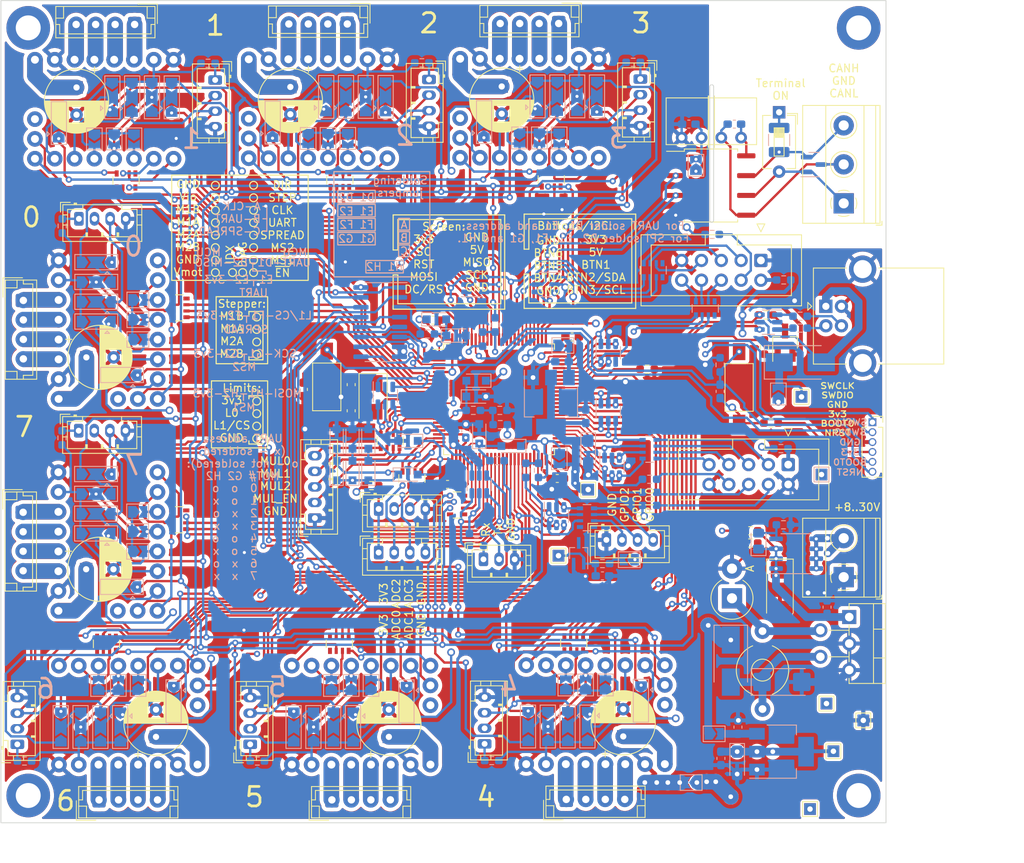
<source format=kicad_pcb>
(kicad_pcb
	(version 20240108)
	(generator "pcbnew")
	(generator_version "8.0")
	(general
		(thickness 4.69)
		(legacy_teardrops no)
	)
	(paper "A4")
	(layers
		(0 "F.Cu" signal)
		(1 "In1.Cu" power "Ground.Cu")
		(2 "In2.Cu" power "Power.Cu")
		(31 "B.Cu" signal)
		(32 "B.Adhes" user "B.Adhesive")
		(33 "F.Adhes" user "F.Adhesive")
		(34 "B.Paste" user)
		(35 "F.Paste" user)
		(36 "B.SilkS" user "B.Silkscreen")
		(37 "F.SilkS" user "F.Silkscreen")
		(38 "B.Mask" user)
		(39 "F.Mask" user)
		(40 "Dwgs.User" user "User.Drawings")
		(41 "Cmts.User" user "User.Comments")
		(42 "Eco1.User" user "User.Eco1")
		(43 "Eco2.User" user "User.Eco2")
		(44 "Edge.Cuts" user)
		(45 "Margin" user)
		(46 "B.CrtYd" user "B.Courtyard")
		(47 "F.CrtYd" user "F.Courtyard")
		(48 "B.Fab" user)
		(49 "F.Fab" user)
		(50 "User.1" user)
		(51 "User.2" user)
		(52 "User.3" user)
		(53 "User.4" user)
		(54 "User.5" user)
		(55 "User.6" user)
		(56 "User.7" user)
		(57 "User.8" user)
		(58 "User.9" user)
	)
	(setup
		(stackup
			(layer "F.SilkS"
				(type "Top Silk Screen")
			)
			(layer "F.Paste"
				(type "Top Solder Paste")
			)
			(layer "F.Mask"
				(type "Top Solder Mask")
				(thickness 0.01)
			)
			(layer "F.Cu"
				(type "copper")
				(thickness 0.035)
			)
			(layer "dielectric 1"
				(type "core")
				(thickness 1.51)
				(material "FR4")
				(epsilon_r 4.5)
				(loss_tangent 0.02)
			)
			(layer "In1.Cu"
				(type "copper")
				(thickness 0.035)
			)
			(layer "dielectric 2"
				(type "prepreg")
				(thickness 1.51)
				(material "FR4")
				(epsilon_r 4.5)
				(loss_tangent 0.02)
			)
			(layer "In2.Cu"
				(type "copper")
				(thickness 0.035)
			)
			(layer "dielectric 3"
				(type "core")
				(thickness 1.51)
				(material "FR4")
				(epsilon_r 4.5)
				(loss_tangent 0.02)
			)
			(layer "B.Cu"
				(type "copper")
				(thickness 0.035)
			)
			(layer "B.Mask"
				(type "Bottom Solder Mask")
				(thickness 0.01)
			)
			(layer "B.Paste"
				(type "Bottom Solder Paste")
			)
			(layer "B.SilkS"
				(type "Bottom Silk Screen")
			)
			(copper_finish "None")
			(dielectric_constraints no)
		)
		(pad_to_mask_clearance 0)
		(allow_soldermask_bridges_in_footprints no)
		(pcbplotparams
			(layerselection 0x00010fc_ffffffff)
			(plot_on_all_layers_selection 0x0000000_00000000)
			(disableapertmacros no)
			(usegerberextensions no)
			(usegerberattributes yes)
			(usegerberadvancedattributes yes)
			(creategerberjobfile yes)
			(dashed_line_dash_ratio 12.000000)
			(dashed_line_gap_ratio 3.000000)
			(svgprecision 6)
			(plotframeref no)
			(viasonmask no)
			(mode 1)
			(useauxorigin no)
			(hpglpennumber 1)
			(hpglpenspeed 20)
			(hpglpendiameter 15.000000)
			(pdf_front_fp_property_popups yes)
			(pdf_back_fp_property_popups yes)
			(dxfpolygonmode yes)
			(dxfimperialunits yes)
			(dxfusepcbnewfont yes)
			(psnegative no)
			(psa4output no)
			(plotreference yes)
			(plotvalue yes)
			(plotfptext yes)
			(plotinvisibletext no)
			(sketchpadsonfab no)
			(subtractmaskfromsilk no)
			(outputformat 1)
			(mirror no)
			(drillshape 0)
			(scaleselection 1)
			(outputdirectory "gerbers/")
		)
	)
	(net 0 "")
	(net 1 "/MCU base/OSC_IN")
	(net 2 "GND")
	(net 3 "/MCU base/NRST")
	(net 4 "/MCU base/BOOT0")
	(net 5 "+3V3")
	(net 6 "/MCU base/OSC_OUT")
	(net 7 "unconnected-(D1-Pad4)")
	(net 8 "/MCU base/BTN1")
	(net 9 "/MCU base/BTN2_SDA")
	(net 10 "/MCU base/SWDIO")
	(net 11 "/MCU base/BTN3_SCL")
	(net 12 "/MCU base/SWCLK")
	(net 13 "M4_L0")
	(net 14 "M4_L1")
	(net 15 "/MCU base/BTN4")
	(net 16 "/MCU base/BTN5")
	(net 17 "/MCU base/BTN6")
	(net 18 "M3_L1")
	(net 19 "M3_L0")
	(net 20 "M2_L1")
	(net 21 "M2_L0")
	(net 22 "M1_L0")
	(net 23 "M1_L1")
	(net 24 "/MCU base/SCRN_DCRS")
	(net 25 "/MCU base/SCRN_SCK")
	(net 26 "/MCU base/SCRN_MISO")
	(net 27 "/MCU base/SCRN_MOSI")
	(net 28 "/MCU base/SCRN_RST")
	(net 29 "/MCU base/SCRN_CS")
	(net 30 "M6_L1")
	(net 31 "M6_L0")
	(net 32 "M5_L1")
	(net 33 "M5_L0")
	(net 34 "/MCU base/A0")
	(net 35 "/MCU base/A1")
	(net 36 "/MCU base/A2")
	(net 37 "/MCU base/A3")
	(net 38 "/MCU base/A4")
	(net 39 "/MCU base/A5")
	(net 40 "Net-(J1-Pad4)")
	(net 41 "Net-(J2-Pad2)")
	(net 42 "Net-(J2-Pad3)")
	(net 43 "Net-(J2-Pad5)")
	(net 44 "Net-(J2-Pad6)")
	(net 45 "Net-(J2-Pad7)")
	(net 46 "Net-(J2-Pad8)")
	(net 47 "ADC2")
	(net 48 "ADC3")
	(net 49 "ADC4")
	(net 50 "ADC5")
	(net 51 "+5V")
	(net 52 "ADC0")
	(net 53 "Vdrive")
	(net 54 "ADC1")
	(net 55 "unconnected-(RN1-Pad4)")
	(net 56 "unconnected-(RN1-Pad5)")
	(net 57 "MUL0")
	(net 58 "MUL1")
	(net 59 "MUL2")
	(net 60 "MUL_EN")
	(net 61 "M1_EN")
	(net 62 "M1_DIR")
	(net 63 "M1_STEP")
	(net 64 "+3.3VADC")
	(net 65 "TMC_SCK")
	(net 66 "TMC_MISO")
	(net 67 "TMC_MOSI")
	(net 68 "USART3_TX")
	(net 69 "M6_STEP")
	(net 70 "M6_DIR")
	(net 71 "M6_EN")
	(net 72 "M5_STEP")
	(net 73 "M5_DIR")
	(net 74 "M5_EN")
	(net 75 "USB_DM")
	(net 76 "USB_DP")
	(net 77 "M4_STEP")
	(net 78 "M4_EN")
	(net 79 "M4_DIR")
	(net 80 "CAN_RX")
	(net 81 "CAN_TX")
	(net 82 "USART2_TX")
	(net 83 "M3_DIR")
	(net 84 "M3_STEP")
	(net 85 "M3_EN")
	(net 86 "M2_STEP")
	(net 87 "M2_DIR")
	(net 88 "M2_EN")
	(net 89 "Net-(J2-Pad10)")
	(net 90 "Net-(C10-Pad1)")
	(net 91 "/MCU base/MOT_MUL0")
	(net 92 "/MCU base/MOT_MUL1")
	(net 93 "/MCU base/MOT_MUL2")
	(net 94 "/MCU base/MOT_MUL_EN")
	(net 95 "Net-(J6-Pad2)")
	(net 96 "Net-(J6-Pad3)")
	(net 97 "Net-(J6-Pad4)")
	(net 98 "Net-(J6-Pad5)")
	(net 99 "Net-(C11-Pad1)")
	(net 100 "Earth")
	(net 101 "Net-(C15-Pad1)")
	(net 102 "Net-(C17-Pad1)")
	(net 103 "Net-(D22-Pad1)")
	(net 104 "/VB")
	(net 105 "Net-(J3-Pad8)")
	(net 106 "/MCU base/OUT1")
	(net 107 "/MCU base/OUT0")
	(net 108 "/MCU base/OUT2")
	(net 109 "Net-(J7-Pad2)")
	(net 110 "Net-(J7-Pad3)")
	(net 111 "unconnected-(RN2-Pad4)")
	(net 112 "unconnected-(RN2-Pad5)")
	(net 113 "Net-(J7-Pad4)")
	(net 114 "/CANL")
	(net 115 "/CANH")
	(net 116 "Net-(D25-Pad2)")
	(net 117 "Net-(D26-Pad1)")
	(net 118 "Net-(J3-Pad1)")
	(net 119 "Net-(J3-Pad3)")
	(net 120 "Net-(J3-Pad4)")
	(net 121 "Net-(J3-Pad5)")
	(net 122 "Net-(J3-Pad6)")
	(net 123 "Net-(J3-Pad7)")
	(net 124 "Net-(J3-Pad9)")
	(net 125 "Net-(J4-Pad1)")
	(net 126 "Net-(J8-Pad2)")
	(net 127 "Net-(J8-Pad3)")
	(net 128 "Net-(J10-Pad2)")
	(net 129 "Net-(JP4-Pad2)")
	(net 130 "/Motors/Vm")
	(net 131 "/Motors/USART0-3")
	(net 132 "/Motors/MOSI")
	(net 133 "Net-(JP8-Pad1)")
	(net 134 "/Motors/SCK")
	(net 135 "Net-(JP13-Pad1)")
	(net 136 "/Motors/MISO")
	(net 137 "unconnected-(RN8-Pad8)")
	(net 138 "unconnected-(RN8-Pad1)")
	(net 139 "Net-(R16-Pad2)")
	(net 140 "Net-(R17-Pad2)")
	(net 141 "Net-(R18-Pad1)")
	(net 142 "/Motors/USART4-7")
	(net 143 "/Motors/DIAG4")
	(net 144 "/Motors/DIAG6")
	(net 145 "/Motors/DIAG7")
	(net 146 "/Motors/DIAG5")
	(net 147 "/Motors/DIAG3")
	(net 148 "/Motors/DIAG0")
	(net 149 "/Motors/DIAG1")
	(net 150 "/Motors/DIAG2")
	(net 151 "unconnected-(XX1-Pad18)")
	(net 152 "/Motors/stepper_M1/U")
	(net 153 "Net-(J11-Pad1)")
	(net 154 "/Motors/stepper_M1/~{ENx}")
	(net 155 "/Motors/stepper_M1/STEPx")
	(net 156 "/Motors/stepper_M1/DIRx")
	(net 157 "/MCU base/USART1_RX")
	(net 158 "/Motors/stepper_M1/MS1")
	(net 159 "/Motors/stepper_M1/MS2")
	(net 160 "/Motors/stepper_M1/SPR")
	(net 161 "/Motors/stepper_M1/CLK")
	(net 162 "/MCU base/USART1_TX")
	(net 163 "Net-(J13-Pad2)")
	(net 164 "Net-(J13-Pad1)")
	(net 165 "M0_L1")
	(net 166 "M0_L0")
	(net 167 "Net-(J12-Pad4)")
	(net 168 "Net-(J12-Pad3)")
	(net 169 "Net-(J12-Pad2)")
	(net 170 "Net-(J12-Pad1)")
	(net 171 "M0_STEP")
	(net 172 "M0_DIR")
	(net 173 "M0_EN")
	(net 174 "M7_L0")
	(net 175 "M7_L1")
	(net 176 "M7_DIR")
	(net 177 "M7_EN")
	(net 178 "M7_STEP")
	(net 179 "MCU3v3")
	(net 180 "unconnected-(RN7-Pad5)")
	(net 181 "unconnected-(RN7-Pad4)")
	(net 182 "Net-(J14-Pad1)")
	(net 183 "Net-(J15-Pad1)")
	(net 184 "Net-(J15-Pad2)")
	(net 185 "Net-(J15-Pad3)")
	(net 186 "Net-(J15-Pad4)")
	(net 187 "Net-(JP16-Pad1)")
	(net 188 "/Motors/stepper_M2/U")
	(net 189 "/Motors/stepper_M2/MS1")
	(net 190 "/Motors/stepper_M2/MS2")
	(net 191 "/Motors/stepper_M2/SPR")
	(net 192 "Net-(JP21-Pad1)")
	(net 193 "/Motors/stepper_M2/CLK")
	(net 194 "/Motors/stepper_M2/DIRx")
	(net 195 "/Motors/stepper_M2/STEPx")
	(net 196 "/Motors/stepper_M2/~{ENx}")
	(net 197 "unconnected-(RN9-Pad1)")
	(net 198 "unconnected-(RN9-Pad8)")
	(net 199 "unconnected-(XX2-Pad18)")
	(net 200 "Net-(J16-Pad1)")
	(net 201 "Net-(J17-Pad1)")
	(net 202 "Net-(J17-Pad2)")
	(net 203 "Net-(J17-Pad3)")
	(net 204 "Net-(J17-Pad4)")
	(net 205 "Net-(JP24-Pad1)")
	(net 206 "/Motors/stepper_M3/U")
	(net 207 "/Motors/stepper_M3/MS1")
	(net 208 "/Motors/stepper_M3/MS2")
	(net 209 "/Motors/stepper_M3/SPR")
	(net 210 "Net-(JP29-Pad1)")
	(net 211 "/Motors/stepper_M3/CLK")
	(net 212 "unconnected-(RN10-Pad1)")
	(net 213 "/Motors/stepper_M3/DIRx")
	(net 214 "/Motors/stepper_M3/STEPx")
	(net 215 "/Motors/stepper_M3/~{ENx}")
	(net 216 "unconnected-(RN10-Pad8)")
	(net 217 "unconnected-(XX3-Pad18)")
	(net 218 "Net-(J18-Pad1)")
	(net 219 "Net-(J19-Pad1)")
	(net 220 "Net-(J19-Pad2)")
	(net 221 "Net-(J19-Pad3)")
	(net 222 "Net-(J19-Pad4)")
	(net 223 "Net-(JP32-Pad1)")
	(net 224 "/Motors/stepper_M4/U")
	(net 225 "/Motors/stepper_M4/MS1")
	(net 226 "/Motors/stepper_M4/MS2")
	(net 227 "/Motors/stepper_M4/SPR")
	(net 228 "Net-(JP37-Pad1)")
	(net 229 "/Motors/stepper_M4/CLK")
	(net 230 "unconnected-(RN11-Pad1)")
	(net 231 "/Motors/stepper_M4/DIRx")
	(net 232 "/Motors/stepper_M4/STEPx")
	(net 233 "/Motors/stepper_M4/~{ENx}")
	(net 234 "unconnected-(RN11-Pad8)")
	(net 235 "unconnected-(XX4-Pad18)")
	(net 236 "Net-(J20-Pad1)")
	(net 237 "Net-(J21-Pad1)")
	(net 238 "Net-(J21-Pad2)")
	(net 239 "Net-(J21-Pad3)")
	(net 240 "Net-(J21-Pad4)")
	(net 241 "Net-(JP40-Pad1)")
	(net 242 "/Motors/stepper_M5/U")
	(net 243 "/Motors/stepper_M5/MS1")
	(net 244 "/Motors/stepper_M5/MS2")
	(net 245 "/Motors/stepper_M5/SPR")
	(net 246 "Net-(JP45-Pad1)")
	(net 247 "/Motors/stepper_M5/CLK")
	(net 248 "unconnected-(RN12-Pad1)")
	(net 249 "/Motors/stepper_M5/DIRx")
	(net 250 "/Motors/stepper_M5/STEPx")
	(net 251 "/Motors/stepper_M5/~{ENx}")
	(net 252 "unconnected-(RN12-Pad8)")
	(net 253 "unconnected-(XX5-Pad18)")
	(net 254 "Net-(J22-Pad1)")
	(net 255 "Net-(J23-Pad1)")
	(net 256 "Net-(J23-Pad2)")
	(net 257 "Net-(J23-Pad3)")
	(net 258 "Net-(J23-Pad4)")
	(net 259 "Net-(JP48-Pad1)")
	(net 260 "/Motors/stepper_M6/U")
	(net 261 "/Motors/stepper_M6/MS1")
	(net 262 "/Motors/stepper_M6/MS2")
	(net 263 "/Motors/stepper_M6/SPR")
	(net 264 "Net-(JP53-Pad1)")
	(net 265 "/Motors/stepper_M6/CLK")
	(net 266 "unconnected-(RN13-Pad1)")
	(net 267 "/Motors/stepper_M6/DIRx")
	(net 268 "/Motors/stepper_M6/STEPx")
	(net 269 "/Motors/stepper_M6/~{ENx}")
	(net 270 "unconnected-(RN13-Pad8)")
	(net 271 "unconnected-(XX6-Pad18)")
	(net 272 "Net-(J24-Pad1)")
	(net 273 "Net-(J25-Pad1)")
	(net 274 "Net-(J25-Pad2)")
	(net 275 "Net-(J25-Pad3)")
	(net 276 "Net-(J25-Pad4)")
	(net 277 "Net-(JP56-Pad1)")
	(net 278 "/Motors/stepper_M7/U")
	(net 279 "/Motors/stepper_M7/MS1")
	(net 280 "/Motors/stepper_M7/MS2")
	(net 281 "/Motors/stepper_M7/SPR")
	(net 282 "Net-(JP61-Pad1)")
	(net 283 "/Motors/stepper_M7/CLK")
	(net 284 "unconnected-(RN14-Pad1)")
	(net 285 "/Motors/stepper_M7/DIRx")
	(net 286 "/Motors/stepper_M7/STEPx")
	(net 287 "/Motors/stepper_M7/~{ENx}")
	(net 288 "unconnected-(RN14-Pad8)")
	(net 289 "unconnected-(XX7-Pad18)")
	(net 290 "Net-(J26-Pad1)")
	(net 291 "Net-(J27-Pad1)")
	(net 292 "Net-(J27-Pad2)")
	(net 293 "Net-(J27-Pad3)")
	(net 294 "Net-(J27-Pad4)")
	(net 295 "Net-(JP64-Pad1)")
	(net 296 "/Motors/stepper_M8/U")
	(net 297 "/Motors/stepper_M8/MS1")
	(net 298 "/Motors/stepper_M8/MS2")
	(net 299 "/Motors/stepper_M8/SPR")
	(net 300 "Net-(JP69-Pad1)")
	(net 301 "/Motors/stepper_M8/CLK")
	(net 302 "unconnected-(RN15-Pad1)")
	(net 303 "/Motors/stepper_M8/DIRx")
	(net 304 "/Motors/stepper_M8/STEPx")
	(net 305 "/Motors/stepper_M8/~{ENx}")
	(net 306 "unconnected-(RN15-Pad8)")
	(net 307 "unconnected-(XX8-Pad18)")
	(net 308 "/MCU base/Diagn")
	(net 309 "DIAGNOST")
	(net 310 "Net-(C27-Pad1)")
	(net 311 "Vio")
	(net 312 "Net-(Q3-Pad1)")
	(net 313 "Net-(J2-Pad4)")
	(net 314 "Net-(Q3-Pad3)")
	(net 315 "/MCU base/DPPU")
	(net 316 "unconnected-(RN3-Pad1)")
	(net 317 "unconnected-(RN3-Pad8)")
	(footprint "Capacitor_SMD:C_0603_1608Metric_Pad1.08x0.95mm_HandSolder" (layer "F.Cu") (at 110.8975 79.502))
	(footprint "Connector_JST:JST_EH_B4B-EH-A_1x04_P2.50mm_Vertical" (layer "F.Cu") (at 99.921075 41.501827 180))
	(footprint "Connector_JST:JST_EH_B4B-EH-A_1x04_P2.50mm_Vertical" (layer "F.Cu") (at 58.374 76.974 -90))
	(footprint "Connector_JST:JST_PH_B5B-PH-K_1x05_P2.00mm_Vertical" (layer "F.Cu") (at 95.758 104.902 90))
	(footprint "Connector_IDC:IDC-Header_2x05_P2.54mm_Vertical" (layer "F.Cu") (at 152.9588 71.8407 -90))
	(footprint "Button_Switch_SMD:SW_SPST_FSMSM" (layer "F.Cu") (at 150.1648 88.138 -90))
	(footprint "Connector_JST:JST_PH_B4B-PH-K_1x04_P2.00mm_Vertical" (layer "F.Cu") (at 87.466 133.934 90))
	(footprint "MountingHole:MountingHole_3.2mm_M3_DIN965_Pad" (layer "F.Cu") (at 165.5 140.5))
	(footprint "Resistor_SMD:R_0603_1608Metric_Pad0.98x0.95mm_HandSolder" (layer "F.Cu") (at 153.416 82.9564 -90))
	(footprint "Button_Switch_THT:SW_DIP_SPSTx01_Slide_6.7x4.1mm_W7.62mm_P2.54mm_LowProfile" (layer "F.Cu") (at 155.2956 52.832 -90))
	(footprint "Capacitor_THT:CP_Radial_D8.0mm_P3.50mm" (layer "F.Cu") (at 105.246 132.978 90))
	(footprint "Connector_JST:JST_PH_B4B-PH-K_1x04_P2.00mm_Vertical" (layer "F.Cu") (at 103.934 103.7336))
	(footprint "Connector_JST:JST_PH_B4B-PH-K_1x04_P2.00mm_Vertical" (layer "F.Cu") (at 65.5 66.5))
	(footprint "stepper:stepper_module" (layer "F.Cu") (at 131.75 130.124 -90))
	(footprint "Resistor_SMD:R_Array_Convex_4x0603" (layer "F.Cu") (at 126.07045 61.46 -90))
	(footprint "Connector_JST:JST_PH_B3B-PH-K_1x03_P2.00mm_Vertical" (layer "F.Cu") (at 117.38 110.194))
	(footprint "stepper:stepper_module" (layer "F.Cu") (at 69.222 107.9116 180))
	(footprint "stepper:stepper_module" (layer "F.Cu") (at 96.171075 52.377827 90))
	(footprint "Resistor_SMD:R_Array_Convex_4x0603" (layer "F.Cu") (at 113.9952 103.2256))
	(footprint "TerminalBlock_Phoenix:TerminalBlock_Phoenix_MKDS-1,5-2_1x02_P5.00mm_Horizontal" (layer "F.Cu") (at 163.576 112.482 90))
	(footprint "Resistor_SMD:R_0603_1608Metric_Pad0.98x0.95mm_HandSolder" (layer "F.Cu") (at 153.6173 78.8416 180))
	(footprint "Connector_IDC:IDC-Header_2x05_P2.54mm_Vertical"
		(layer "F.Cu")
		(uuid "3d430b90-cdad-448e-a8ca-ef46fa85282d")
		(at 156.464 98.044 -90)
		(descr "Through hole IDC box header, 2x05, 2.54mm pitch, DIN 41651 / IEC 60603-13, double rows, https://docs.google.com/spreadsheets/d/16SsEcesNF15N3Lb4niX7dcUr-NY5_MFPQhobNuNppn4/edit#gid=0")
		(tags "Through hole vertical IDC box header THT 2x05 2.54mm double row")
		(property "Reference" "J3"
			(at 6.9596 6.4008 180)
			(layer "F.Fab")
			(hide yes)
			(uuid "3b8e17a6-fb12-4477-81dc-dfb79f00fc2c")
			(effects
				(font
					(size 1 1)
					(thickness 0.15)
				)
			)
		)
		(property "Value" "Screen"
			(at 6.9596 5.0292 180)
			(layer "F.SilkS")
			(hide yes)
			(uuid "5a57d791-ff8d-4f6d-bc1d-a274c46c2e87")
			(effects
				(font
					(size 1 1)
					(thickness 0.15)
				)
			)
		)
		(property "Footprint" "Connector_IDC:IDC-Header_2x05_P2.54mm_Vertical"
			(at 0 0 -90)
			(unlocked yes)
			(layer "F.Fab")
			(hide yes)
			(uuid "2a4786cb-cf2d-4c4b-8325-710321db0d60")
			(effects
				(font
					(size 1.27 1.27)
				)
			)
		)
		(property "Datasheet" ""
			(at 0 0 -90)
			(unlocked yes)
			(layer "F.Fab")
			(hide yes)
			(uuid "222bd53f-90f6-4af4-8c30-2b90e6c3b352")
			(effects
				(font
					(size 1.27 1.27)
				)
			)
		)
		(property "Description" ""
			(at 0 0 -90)
			(unlocked yes)
			(layer "F.Fab")
			(hide yes)
			(uuid "a0a7648f-a72f-448e-8d9a-30148fc6ec4c")
			(effects
				(font
					(size 1.27 1.27)
				)
			)
		)
		(path "/076c38b6-e164-46bb-9d96-26f8bdfeca37/3b30193d-b3cb-42a8-a75c-e3cbeadeeead")
		(sheetname "MCU base")
		(sheetfile "mcubase.kicad_sch")
		(attr through_hole)
		(fp_line
			(start -3.29 15.37)
			(end -3.29 -5.21)
			(stroke
				(width 0.12)
				(type solid)
			)
			(layer "F.SilkS")
			(uuid "a665a99c-4e35-4e49-be80-2ecb4d9d0c6e")
		)
		(fp_line
			(start 5.83 15.37)
			(end -3.29 15.37)
			(stroke
				(width 0.12)
				(type solid)
			)
			(layer "F.SilkS")
			(uuid "c411ee2f-f284-4773-85d4-a8df62c49d1d")
		)
		(fp_line
			(start -1.98 14.07)
			(end -1.98 7.13)
			(stroke
				(width 0.12)
				(type solid)
			)
			(layer "F.SilkS")
			(uuid "440619ce-68f3-4173-be10-805b9c1e094b")
		)
		(fp_line
			(start 4.52 14.07)
			(end -1.98 14.07)
			(stroke
				(width 0.12)
				(type solid)
			)
			(layer "F.SilkS")
			(uuid "36486bfc-595e-4627-baa6-b664f4d2d9c0")
		)
		(fp_line
			(start -1.98 7.13)
			(end -3.29 7.13)
			(stroke
				(width 0.12)
				(type solid)
			)
			(layer "F.SilkS")
			(uuid "a1973355-6cfa-46e7-9fcd-ef4c7dbb169a")
		)
		(fp_line
			(start -1.98 7.13)
			(end -1.98 7.13)
			(stroke
				(width 0.12)
				(type solid)
			)
			(layer "F.SilkS")
			(uuid "ddb751ff-b3c5-42ce-ac1b-d810336f8a18")
		)
		(fp_line
			(start -3.29 3.03)
			(end -1.98 3.03)
			(stroke
				(width 0.12)
				(type solid)
			)
			(layer "F.SilkS")
			(uuid "41d1f62a-8fb3-474d-94fa-d6b4fd091e19")
		)
		(fp_line
			(start -1.98 3.03)
			(end -1.98 -3.91)
			(stroke
				(width 0.12)
				(type solid)
			)
			(layer "F.SilkS")
			(uuid "9bdd5910-0f76-4e54-9286-86b33a1773fa")
		)
		(fp_line
			(start -4.68 0.5)
			(end -3.68 0)
			(stroke
				(width 0.12)
				(type solid)
			)
			(layer "F.SilkS")
			(uuid "86b3077b-5559-4cd1-a40c-7114d9340633")
		)
		(fp_line
			(start -3.68 0)
			(end -4.68 -0.5)
			(stroke
				(width 0.12)
				(type solid)
			)
			(layer "F.SilkS")
			(uuid "332a452f-99c1-491b-93e9-fda84c916e9a")
		)
		(fp_line
			(start -4.68 -0.5)
			(end -4.68 0.5)
			(stroke
				(width 0.12)
				(type solid)
			)
			(layer "F.SilkS")
			(uuid "fe563628-aee5-4c73-a398-bd9bef538ac2")
		)
		(fp_line
			(start -1.98 -3.91)
			(end 4.52 -3.91)
			(stroke
				(width 0.12)
				(type solid)
			)
			(layer "F.SilkS")
			(uuid "aef7a603-4acb-4a8d-9490-3dc06d402b46")
		)
		(fp_line
			(start 4.52 -3.91)
			(end 4.52 14.07)
			(stroke
				(width 0.12)
				(type solid)
			)
			(layer "F.SilkS")
			(uuid "05565887-307a-41e2-84b0-7fc19aae492e")
		)
		(fp_line
			(start -3.29 -5.21)
			(end 5.83 -5.21)
			(stroke
				(width 0.12)
				(type solid)
			)
			(layer "F.SilkS")
			(uuid "3171cf89-22bf-4490-bbd2-9045b0a99db6")
		)
		(fp_line
			(start 5.83 -5.21)
			(end 5.83 15.37)
			(stroke
				(width 0.12)
				(type solid)
			)
			(layer "F.SilkS")
			(uuid "991dbdac-7795-4b95-9c6d-c0b65a21394a")
		)
		(fp_line
			(start -3.68 15.76)
			(end 6.22 15.76)
			(stroke
				(width 0.05)
				(type solid)
			)
			(layer "F.CrtYd")
			(uuid "7bcfd651-fe63-40c9-a4d8-1993b9e6eac2")
		)
		(fp_line
			(start 6.22 15.76)
			(end 6.22 -5.6)
			(stroke
				(width 0.05)
				(type solid)
			)
			(layer "F.CrtYd")
			(uuid "14339d0d-02bd-4a01-a2c5-b72d30338d8b")
		)
		(fp_line
			(start -3.68 -5.6)
			(end -3.68 15.76)
			(stroke
				(width 0.05)
				(type solid)
			)
			(layer "F.CrtYd")
			(uuid "c403abc5-380b-4d46-b88d-fb45fb112d7e")
		)
		(fp_line
			(start 6.22 -5.6)
			(end -3.68 -5.6)
			(stroke
				(width 0.05)
				(type solid)
			)
			(layer "F.CrtYd")
			(uuid "53a7b15c-7348-415d-a94a-08ac0db9df42")
		)
		(fp_line
			(start -3.18 15.26)
			(end -3.18 -4.1)
			(stroke
				(width 0.1)
				(type solid)
			)
			(layer "F.Fab")
			(uuid "70de5e60-0c62-4db1-a769-50479b775586")
		)
		(fp_line
			(start 5.72 15.26)
			(end -3.18 15.26)
			(stroke
				(width 0.1)
				(type solid)
			)
			(layer "F.Fab")
			(uuid "a8f6f23b-594a-47b9-b586-2d008c8e7c9b")
		)
		(fp_line
			(start -1.98 14.07)
			(end -1.98 7.13)
			(stroke
				(width 0.1)
				(type solid)
			)
			(layer "F.Fab")
			(uuid "3ac8b179-49ca-4676-a21e-dcb914b6d98e")
		)
		(fp_line
			(start 4.52 14.07)
			(end -1.98 14.07)
			(stroke
				(width 0.1)
				(type solid)
			)
			(layer "F.Fab")
			(uuid "36d49b6a-bd8a-4ddd-84f1-67eafe595b4b")
		)
		(fp_line
			(start -1.98 7.13)
			(end -3.18 7.13)
			(stroke
				(width 0.1)
				(type solid)
			)
			(layer "F.Fab")
			(uuid "21feeedd-c91f-4e4f-8e98-efe485d9267d")
		)
		(fp_line
			(start -1.98 7.13)
			(end -1.98 7.13)
			(stroke
				(width 0.1)
				(type solid)
			)
			(layer "F.Fab")
			(uuid "b2896679-7484-4881-8704-9993fe854249")
		)
		(fp_line
			(start -3.18 3.03)
			(end -1.98 3.03)
			(stroke
				(width 0.1)
				(type solid)
			)
			(layer "F.Fab")
			(uuid "337cacd7-841c-4b6d-8474-8920edfbc3d2")
		)
		(fp_line
			(start -1.98 3.03)
			(end -1.98 -3.91)
			(stroke
				(width 0.1)
				(type solid)
			)
			(layer "F.Fab")
			(uuid "cd7c7341-a8cd-4c30-b154-8148a86a2506")
		)
		(fp_line
			(start -1.98 -3.91)
			(end 4.52 -3.91)
			(stroke
				(width 0.1)
				(type solid)
			)
			(layer "F.Fab")
			(uuid "44deeadc-5e8e-49b8-be7e-386e4eef12b1")
		)
		(fp_line
			(start 4.52 -3.91)
			(end 4.52 14.07)
			(stroke
				(width 0.1)
				(type solid)
			)
			(layer "F.Fab")
			(uuid "3049babc-2ecd-4737-8261-bb553c202ff4")
		)
		(fp_line
			(start -3.18 -4.1)
			(end -2.18 -5.1)
			(stroke
				(width 0.1)
				(type solid)
			)
			(layer "F.Fab")
			(uuid "02c3ccb7-ba48-4aee-874d-97bb224154f9")
		)
		(fp_line
			(start -2.18 -5.1)
			(end 5.72 -5.1)
			(stroke
				(width 0.1)
				(type solid)
			)
			(lay
... [5356935 chars truncated]
</source>
